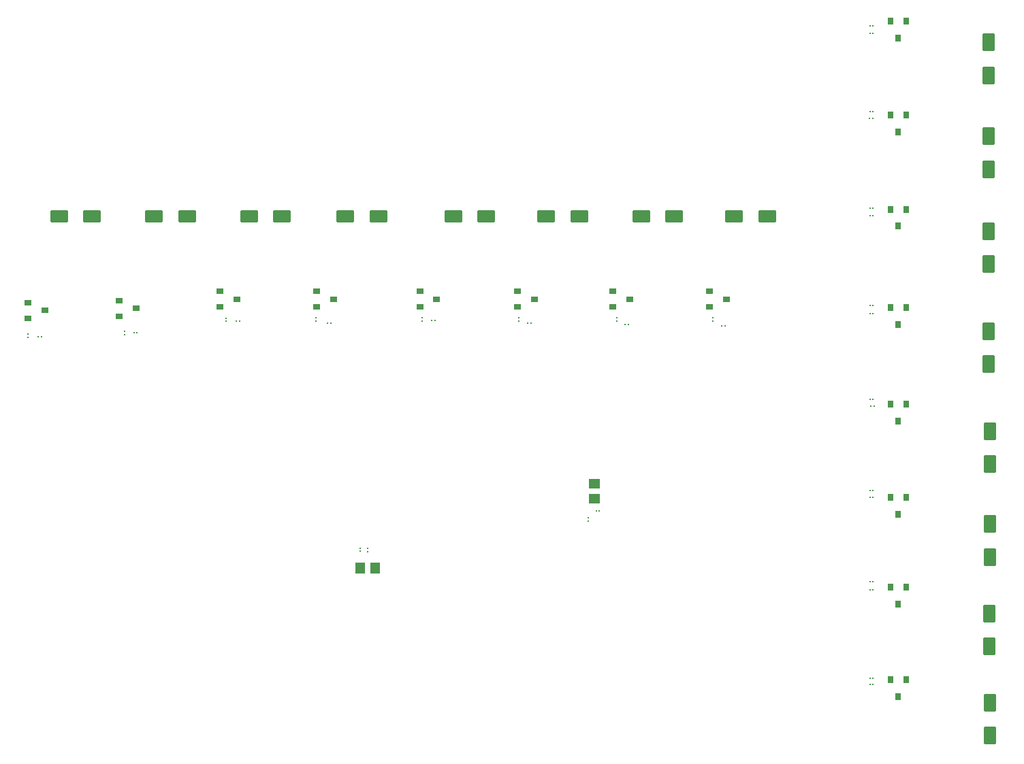
<source format=gtp>
G04*
G04 #@! TF.GenerationSoftware,Altium Limited,Altium Designer,24.4.1 (13)*
G04*
G04 Layer_Color=8421504*
%FSLAX25Y25*%
%MOIN*%
G70*
G04*
G04 #@! TF.SameCoordinates,D772E85F-A2A7-474A-8196-155AA2CDE767*
G04*
G04*
G04 #@! TF.FilePolarity,Positive*
G04*
G01*
G75*
G04:AMPARAMS|DCode=22|XSize=87.01mil|YSize=60.24mil|CornerRadius=4.52mil|HoleSize=0mil|Usage=FLASHONLY|Rotation=180.000|XOffset=0mil|YOffset=0mil|HoleType=Round|Shape=RoundedRectangle|*
%AMROUNDEDRECTD22*
21,1,0.08701,0.05120,0,0,180.0*
21,1,0.07797,0.06024,0,0,180.0*
1,1,0.00904,-0.03899,0.02560*
1,1,0.00904,0.03899,0.02560*
1,1,0.00904,0.03899,-0.02560*
1,1,0.00904,-0.03899,-0.02560*
%
%ADD22ROUNDEDRECTD22*%
G04:AMPARAMS|DCode=23|XSize=87.01mil|YSize=60.24mil|CornerRadius=4.52mil|HoleSize=0mil|Usage=FLASHONLY|Rotation=90.000|XOffset=0mil|YOffset=0mil|HoleType=Round|Shape=RoundedRectangle|*
%AMROUNDEDRECTD23*
21,1,0.08701,0.05120,0,0,90.0*
21,1,0.07797,0.06024,0,0,90.0*
1,1,0.00904,0.02560,0.03899*
1,1,0.00904,0.02560,-0.03899*
1,1,0.00904,-0.02560,-0.03899*
1,1,0.00904,-0.02560,0.03899*
%
%ADD23ROUNDEDRECTD23*%
%ADD24R,0.00591X0.00984*%
%ADD25R,0.03150X0.03543*%
%ADD26R,0.00984X0.00591*%
%ADD27R,0.03543X0.03150*%
%ADD28R,0.04724X0.05512*%
%ADD29R,0.05512X0.04724*%
D22*
X166629Y394950D02*
D03*
X182771D02*
D03*
X213129D02*
D03*
X229271D02*
D03*
X260229D02*
D03*
X276371D02*
D03*
X313129D02*
D03*
X329271D02*
D03*
X358529D02*
D03*
X374671D02*
D03*
X405129D02*
D03*
X421271D02*
D03*
X450600D02*
D03*
X466742D02*
D03*
X120029D02*
D03*
X136171D02*
D03*
D23*
X575000Y434082D02*
D03*
Y417940D02*
D03*
Y480082D02*
D03*
Y463940D02*
D03*
X575700Y156581D02*
D03*
Y140440D02*
D03*
X575400Y200152D02*
D03*
Y184011D02*
D03*
X575700Y244081D02*
D03*
Y227940D02*
D03*
Y289581D02*
D03*
Y273440D02*
D03*
X575000Y338581D02*
D03*
Y322440D02*
D03*
Y387581D02*
D03*
Y371440D02*
D03*
D24*
X518587Y260600D02*
D03*
X517013D02*
D03*
X519175Y301900D02*
D03*
X517600D02*
D03*
X518587Y211900D02*
D03*
X517013D02*
D03*
X518587Y165600D02*
D03*
X517013D02*
D03*
X518587Y395100D02*
D03*
X517013D02*
D03*
X518587Y446000D02*
D03*
X517013D02*
D03*
X518587Y398701D02*
D03*
X517013D02*
D03*
X518400Y442900D02*
D03*
X516825D02*
D03*
X518587Y351000D02*
D03*
X517013D02*
D03*
X518587Y347100D02*
D03*
X517013D02*
D03*
X518587Y168601D02*
D03*
X517013D02*
D03*
X518587Y215800D02*
D03*
X517013D02*
D03*
X518587Y488200D02*
D03*
X517013D02*
D03*
X518587Y484600D02*
D03*
X517013D02*
D03*
X444513Y341199D02*
D03*
X446088D02*
D03*
X206925Y343500D02*
D03*
X208500D02*
D03*
X251613Y342499D02*
D03*
X253188D02*
D03*
X518587Y305200D02*
D03*
X517013D02*
D03*
X397213Y341799D02*
D03*
X398788D02*
D03*
X156725Y337800D02*
D03*
X158300D02*
D03*
X349525Y342600D02*
D03*
X351100D02*
D03*
X109925Y335900D02*
D03*
X111500D02*
D03*
X302525Y343800D02*
D03*
X304100D02*
D03*
X384600Y250400D02*
D03*
X383025D02*
D03*
X518587Y257200D02*
D03*
X517013D02*
D03*
D25*
X530960Y341869D02*
D03*
X527220Y350137D02*
D03*
X534700D02*
D03*
X530960Y294569D02*
D03*
X527220Y302837D02*
D03*
X534700D02*
D03*
X530960Y248969D02*
D03*
X527220Y257237D02*
D03*
X534700D02*
D03*
X530960Y159569D02*
D03*
X527220Y167837D02*
D03*
X534700D02*
D03*
X530960Y204969D02*
D03*
X527220Y213237D02*
D03*
X534700D02*
D03*
X530960Y390032D02*
D03*
X527220Y398300D02*
D03*
X534700D02*
D03*
X530960Y436232D02*
D03*
X527220Y444500D02*
D03*
X534700D02*
D03*
X530960Y482069D02*
D03*
X527220Y490337D02*
D03*
X534700D02*
D03*
D26*
X440100Y345000D02*
D03*
Y343425D02*
D03*
X201700Y344900D02*
D03*
Y343325D02*
D03*
X245900Y344975D02*
D03*
Y343400D02*
D03*
X267500Y232300D02*
D03*
Y230725D02*
D03*
X104700Y337075D02*
D03*
Y335500D02*
D03*
X152300Y338500D02*
D03*
Y336925D02*
D03*
X297900Y345000D02*
D03*
Y343425D02*
D03*
X393200Y345000D02*
D03*
Y343425D02*
D03*
X345100Y345000D02*
D03*
Y343425D02*
D03*
X271100Y230625D02*
D03*
Y232200D02*
D03*
X379100Y245625D02*
D03*
Y247200D02*
D03*
D27*
X254531Y354240D02*
D03*
X246263Y350500D02*
D03*
Y357980D02*
D03*
X207131Y354240D02*
D03*
X198863Y350500D02*
D03*
Y357980D02*
D03*
X446668Y354240D02*
D03*
X438400Y350500D02*
D03*
Y357980D02*
D03*
X157731Y349700D02*
D03*
X149463Y345960D02*
D03*
Y353440D02*
D03*
X113131Y348700D02*
D03*
X104863Y344960D02*
D03*
Y352440D02*
D03*
X352731Y354240D02*
D03*
X344463Y350500D02*
D03*
Y357980D02*
D03*
X304931Y354240D02*
D03*
X296663Y350500D02*
D03*
Y357980D02*
D03*
X399531Y354240D02*
D03*
X391263Y350500D02*
D03*
Y357980D02*
D03*
D28*
X267500Y222600D02*
D03*
X274980D02*
D03*
D29*
X382300Y256420D02*
D03*
Y263900D02*
D03*
M02*

</source>
